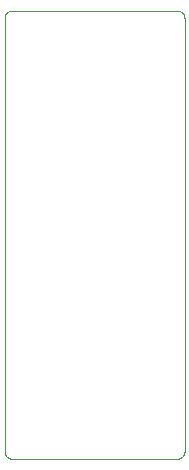
<source format=gbp>
G75*
%MOIN*%
%OFA0B0*%
%FSLAX25Y25*%
%IPPOS*%
%LPD*%
%AMOC8*
5,1,8,0,0,1.08239X$1,22.5*
%
%ADD10C,0.00000*%
D10*
X0035095Y0032058D02*
X0035095Y0176433D01*
X0035097Y0176531D01*
X0035103Y0176629D01*
X0035112Y0176727D01*
X0035126Y0176824D01*
X0035143Y0176921D01*
X0035164Y0177017D01*
X0035189Y0177112D01*
X0035217Y0177206D01*
X0035250Y0177298D01*
X0035285Y0177390D01*
X0035325Y0177480D01*
X0035367Y0177568D01*
X0035414Y0177655D01*
X0035463Y0177739D01*
X0035516Y0177822D01*
X0035572Y0177902D01*
X0035632Y0177981D01*
X0035694Y0178057D01*
X0035759Y0178130D01*
X0035827Y0178201D01*
X0035898Y0178269D01*
X0035971Y0178334D01*
X0036047Y0178396D01*
X0036126Y0178456D01*
X0036206Y0178512D01*
X0036289Y0178565D01*
X0036373Y0178614D01*
X0036460Y0178661D01*
X0036548Y0178703D01*
X0036638Y0178743D01*
X0036730Y0178778D01*
X0036822Y0178811D01*
X0036916Y0178839D01*
X0037011Y0178864D01*
X0037107Y0178885D01*
X0037204Y0178902D01*
X0037301Y0178916D01*
X0037399Y0178925D01*
X0037497Y0178931D01*
X0037595Y0178933D01*
X0092595Y0178933D01*
X0092693Y0178931D01*
X0092791Y0178925D01*
X0092889Y0178916D01*
X0092986Y0178902D01*
X0093083Y0178885D01*
X0093179Y0178864D01*
X0093274Y0178839D01*
X0093368Y0178811D01*
X0093460Y0178778D01*
X0093552Y0178743D01*
X0093642Y0178703D01*
X0093730Y0178661D01*
X0093817Y0178614D01*
X0093901Y0178565D01*
X0093984Y0178512D01*
X0094064Y0178456D01*
X0094143Y0178396D01*
X0094219Y0178334D01*
X0094292Y0178269D01*
X0094363Y0178201D01*
X0094431Y0178130D01*
X0094496Y0178057D01*
X0094558Y0177981D01*
X0094618Y0177902D01*
X0094674Y0177822D01*
X0094727Y0177739D01*
X0094776Y0177655D01*
X0094823Y0177568D01*
X0094865Y0177480D01*
X0094905Y0177390D01*
X0094940Y0177298D01*
X0094973Y0177206D01*
X0095001Y0177112D01*
X0095026Y0177017D01*
X0095047Y0176921D01*
X0095064Y0176824D01*
X0095078Y0176727D01*
X0095087Y0176629D01*
X0095093Y0176531D01*
X0095095Y0176433D01*
X0095095Y0032058D01*
X0095093Y0031960D01*
X0095087Y0031862D01*
X0095078Y0031764D01*
X0095064Y0031667D01*
X0095047Y0031570D01*
X0095026Y0031474D01*
X0095001Y0031379D01*
X0094973Y0031285D01*
X0094940Y0031193D01*
X0094905Y0031101D01*
X0094865Y0031011D01*
X0094823Y0030923D01*
X0094776Y0030836D01*
X0094727Y0030752D01*
X0094674Y0030669D01*
X0094618Y0030589D01*
X0094558Y0030510D01*
X0094496Y0030434D01*
X0094431Y0030361D01*
X0094363Y0030290D01*
X0094292Y0030222D01*
X0094219Y0030157D01*
X0094143Y0030095D01*
X0094064Y0030035D01*
X0093984Y0029979D01*
X0093901Y0029926D01*
X0093817Y0029877D01*
X0093730Y0029830D01*
X0093642Y0029788D01*
X0093552Y0029748D01*
X0093460Y0029713D01*
X0093368Y0029680D01*
X0093274Y0029652D01*
X0093179Y0029627D01*
X0093083Y0029606D01*
X0092986Y0029589D01*
X0092889Y0029575D01*
X0092791Y0029566D01*
X0092693Y0029560D01*
X0092595Y0029558D01*
X0037595Y0029558D01*
X0037497Y0029560D01*
X0037399Y0029566D01*
X0037301Y0029575D01*
X0037204Y0029589D01*
X0037107Y0029606D01*
X0037011Y0029627D01*
X0036916Y0029652D01*
X0036822Y0029680D01*
X0036730Y0029713D01*
X0036638Y0029748D01*
X0036548Y0029788D01*
X0036460Y0029830D01*
X0036373Y0029877D01*
X0036289Y0029926D01*
X0036206Y0029979D01*
X0036126Y0030035D01*
X0036047Y0030095D01*
X0035971Y0030157D01*
X0035898Y0030222D01*
X0035827Y0030290D01*
X0035759Y0030361D01*
X0035694Y0030434D01*
X0035632Y0030510D01*
X0035572Y0030589D01*
X0035516Y0030669D01*
X0035463Y0030752D01*
X0035414Y0030836D01*
X0035367Y0030923D01*
X0035325Y0031011D01*
X0035285Y0031101D01*
X0035250Y0031193D01*
X0035217Y0031285D01*
X0035189Y0031379D01*
X0035164Y0031474D01*
X0035143Y0031570D01*
X0035126Y0031667D01*
X0035112Y0031764D01*
X0035103Y0031862D01*
X0035097Y0031960D01*
X0035095Y0032058D01*
M02*

</source>
